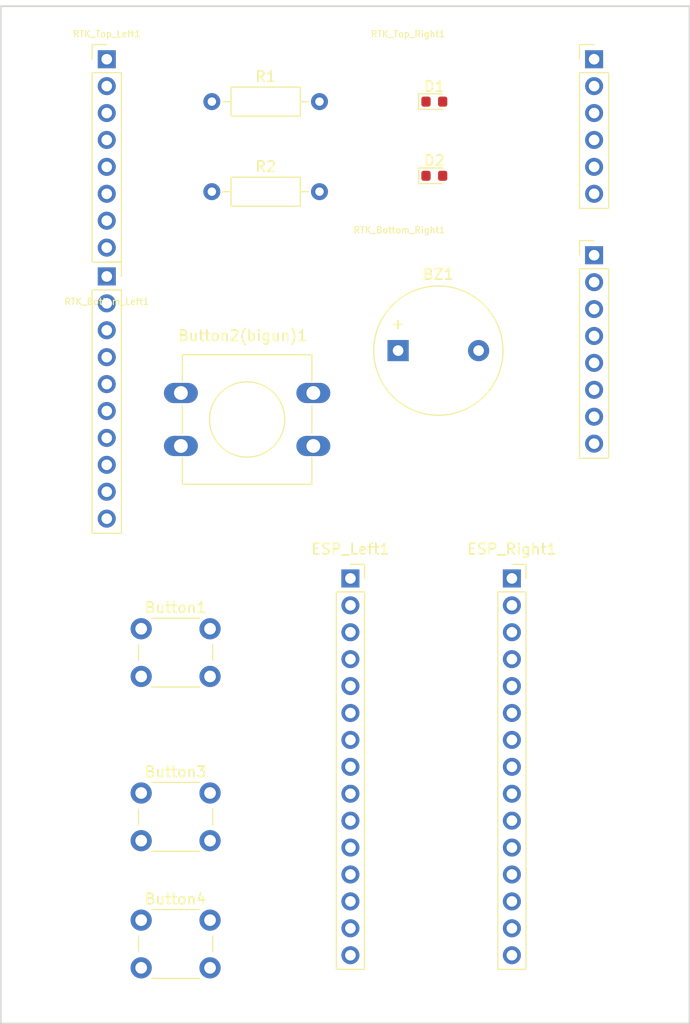
<source format=kicad_pcb>
(kicad_pcb (version 20241229) (generator "pcbnew") (generator_version "9.0")
  (layers (0 "F.Cu" signal) (2 "B.Cu" signal) (13 "F.Paste" user) (15 "B.Paste" user) (5 "F.SilkS" user "F.Silkscreen") (7 "B.SilkS" user "B.Silkscreen") (1 "F.Mask" user) (3 "B.Mask" user) (25 "Edge.Cuts" user))
  (net 0 "")
  (net 1 "GND")
  (net 2 "Net-(ESP_Right1-Pin_2)")
  (net 3 "Net-(ESP_Right1-Pin_1)")
  (net 4 "Net-(ESP_Right1-Pin_6)")
  (net 5 "Net-(ESP_Right1-Pin_7)")
  (net 6 "Net-(BZ1-+)")
  (net 7 "Net-(BZ1--)")
  (net 8 "Net-(D1-A)")
  (net 9 "Net-(D2-A)")
  (net 11 "Net-(ESP_Left1-Pin_5)")
  (net 16 "Net-(ESP_Left1-Pin_6)")
  (net 28 "Net-(ESP_Right1-Pin_10)")
  (footprint "Connector_PinSocket_2.54mm:PinSocket_1x15_P2.54mm_Vertical" (layer "F.Cu") (at 35 54)
    (property "Reference" "ESP_Left1" (at 0 -2.77 0) (layer "F.SilkS"))
    (property "Value" "Conn_01x15_Socket")
    (fp_line (start -1.33 1.27) (end -1.33 36.89) (stroke (width 0.12)) (layer "F.SilkS"))
    (fp_line (start -1.33 1.27) (end 1.33 1.27) (stroke (width 0.12)) (layer "F.SilkS"))
    (fp_line (start -1.33 36.89) (end 1.33 36.89) (stroke (width 0.12)) (layer "F.SilkS"))
    (fp_line (start 0 -1.33) (end 1.33 -1.33) (stroke (width 0.12)) (layer "F.SilkS"))
    (fp_line (start 1.33 -1.33) (end 1.33 0) (stroke (width 0.12)) (layer "F.SilkS"))
    (fp_line (start 1.33 1.27) (end 1.33 36.89) (stroke (width 0.12)) (layer "F.SilkS"))
    (pad "1" thru_hole rect (at 0 0) (size 1.7 1.7) (drill 1) (layers "*.Cu" "*.Mask"))
    (pad "2" thru_hole circle (at 0 2.54) (size 1.7 1.7) (drill 1) (layers "*.Cu" "*.Mask"))
    (pad "3" thru_hole circle (at 0 5.08) (size 1.7 1.7) (drill 1) (layers "*.Cu" "*.Mask"))
    (pad "4" thru_hole circle (at 0 7.62) (size 1.7 1.7) (drill 1) (layers "*.Cu" "*.Mask"))
    (pad "5" thru_hole circle (at 0 10.16) (size 1.7 1.7) (drill 1) (layers "*.Cu" "*.Mask") (net 11 "Net-(ESP_Left1-Pin_5)"))
    (pad "6" thru_hole circle (at 0 12.7) (size 1.7 1.7) (drill 1) (layers "*.Cu" "*.Mask") (net 16 "Net-(ESP_Left1-Pin_6)"))
    (pad "7" thru_hole circle (at 0 15.24) (size 1.7 1.7) (drill 1) (layers "*.Cu" "*.Mask"))
    (pad "8" thru_hole circle (at 0 17.78) (size 1.7 1.7) (drill 1) (layers "*.Cu" "*.Mask"))
    (pad "9" thru_hole circle (at 0 20.32) (size 1.7 1.7) (drill 1) (layers "*.Cu" "*.Mask"))
    (pad "10" thru_hole circle (at 0 22.86) (size 1.7 1.7) (drill 1) (layers "*.Cu" "*.Mask"))
    (pad "11" thru_hole circle (at 0 25.4) (size 1.7 1.7) (drill 1) (layers "*.Cu" "*.Mask"))
    (pad "12" thru_hole circle (at 0 27.94) (size 1.7 1.7) (drill 1) (layers "*.Cu" "*.Mask"))
    (pad "13" thru_hole circle (at 0 30.48) (size 1.7 1.7) (drill 1) (layers "*.Cu" "*.Mask"))
    (pad "14" thru_hole circle (at 0 33.02) (size 1.7 1.7) (drill 1) (layers "*.Cu" "*.Mask"))
    (pad "15" thru_hole circle (at 0 35.56) (size 1.7 1.7) (drill 1) (layers "*.Cu" "*.Mask"))
  )
  (footprint "Connector_PinHeader_2.54mm:PinHeader_1x10_P2.54mm_Vertical" (layer "B.Cu") (at 12 25.5 180)
    (property "Reference" "RTK_Bottom_Left1" (at 0 -2.38 0) (layer "F.SilkS") (effects (font (size 0.6 0.6) (thickness 0.1))))
    (property "Value" "Conn_01x10_Pin")
    (fp_line (start 1.38 -1.27) (end 1.38 -24.24) (stroke (width 0.12)) (layer "F.SilkS"))
    (fp_line (start -1.38 1.38) (end 0 1.38) (stroke (width 0.12)) (layer "F.SilkS"))
    (fp_line (start -1.38 0) (end -1.38 1.38) (stroke (width 0.12)) (layer "F.SilkS"))
    (fp_line (start -1.38 -1.27) (end 1.38 -1.27) (stroke (width 0.12)) (layer "F.SilkS"))
    (fp_line (start -1.38 -1.27) (end -1.38 -24.24) (stroke (width 0.12)) (layer "F.SilkS"))
    (fp_line (start -1.38 -24.24) (end 1.38 -24.24) (stroke (width 0.12)) (layer "F.SilkS"))
    (pad "1" thru_hole rect (at 0 0 180) (size 1.7 1.7) (drill 1) (layers "*.Cu" "*.Mask"))
    (pad "2" thru_hole circle (at 0 -2.54 180) (size 1.7 1.7) (drill 1) (layers "*.Cu" "*.Mask"))
    (pad "3" thru_hole circle (at 0 -5.08 180) (size 1.7 1.7) (drill 1) (layers "*.Cu" "*.Mask"))
    (pad "4" thru_hole circle (at 0 -7.62 180) (size 1.7 1.7) (drill 1) (layers "*.Cu" "*.Mask"))
    (pad "5" thru_hole circle (at 0 -10.16 180) (size 1.7 1.7) (drill 1) (layers "*.Cu" "*.Mask"))
    (pad "6" thru_hole circle (at 0 -12.7 180) (size 1.7 1.7) (drill 1) (layers "*.Cu" "*.Mask"))
    (pad "7" thru_hole circle (at 0 -15.24 180) (size 1.7 1.7) (drill 1) (layers "*.Cu" "*.Mask"))
    (pad "8" thru_hole circle (at 0 -17.78 180) (size 1.7 1.7) (drill 1) (layers "*.Cu" "*.Mask"))
    (pad "9" thru_hole circle (at 0 -20.32 180) (size 1.7 1.7) (drill 1) (layers "*.Cu" "*.Mask"))
    (pad "10" thru_hole circle (at 0 -22.86 180) (size 1.7 1.7) (drill 1) (layers "*.Cu" "*.Mask"))
  )
  (footprint "Buzzer_Beeper:Buzzer_12x9.5RM7.6" (layer "F.Cu") (at 39.5 32.5)
    (property "Reference" "BZ1" (at 3.8 -7.2 0) (layer "F.SilkS"))
    (property "Value" "Buzzer")
    (fp_circle (center 3.8 0) (end 9.9 0) (stroke (width 0.12)) (fill no) (layer "F.SilkS"))
    (fp_text user "+" (at -0.01 -2.54 0) (layer "F.SilkS"))
    (pad "1" thru_hole rect (at 0 0) (size 2 2) (drill 1) (layers "*.Cu" "*.Mask") (net 6 "Net-(BZ1-+)"))
    (pad "2" thru_hole circle (at 7.6 0) (size 2 2) (drill 1) (layers "*.Cu" "*.Mask") (net 7 "Net-(BZ1--)"))
  )
  (footprint "LED_SMD:LED_0603_1608Metric" (layer "F.Cu") (at 42.92 16)
    (property "Reference" "D2" (at 0 -1.43 0) (layer "F.SilkS"))
    (property "Value" "Green(Status)")
    (fp_line (start -1.485 -0.735) (end -1.485 0.735) (stroke (width 0.12)) (layer "F.SilkS"))
    (fp_line (start -1.485 0.735) (end 0.8 0.735) (stroke (width 0.12)) (layer "F.SilkS"))
    (fp_line (start 0.8 -0.735) (end -1.485 -0.735) (stroke (width 0.12)) (layer "F.SilkS"))
    (pad "1" smd roundrect (at -0.7875 0) (size 0.875 0.95) (layers "F.Cu" "F.Mask" "F.Paste") (net 1 "GND"))
    (pad "2" smd roundrect (at 0.7875 0) (size 0.875 0.95) (layers "F.Cu" "F.Mask" "F.Paste") (net 9 "Net-(D2-A)"))
  )
  (footprint "Button_Switch_THT:SW_PUSH-12mm" (layer "F.Cu") (at 19 36.5)
    (property "Reference" "Button2(bigun)1" (at 5.83 -5.41 0) (layer "F.SilkS"))
    (property "Value" "SW_Push")
    (fp_line (start 0.14 -3.61) (end 0.14 -1.1) (stroke (width 0.12)) (layer "F.SilkS"))
    (fp_line (start 0.14 -3.61) (end 12.36 -3.61) (stroke (width 0.12)) (layer "F.SilkS"))
    (fp_line (start 0.14 1.2) (end 0.14 3.8) (stroke (width 0.12)) (layer "F.SilkS"))
    (fp_line (start 0.14 6.1) (end 0.14 8.61) (stroke (width 0.12)) (layer "F.SilkS"))
    (fp_line (start 12.36 -3.61) (end 12.36 -1.1) (stroke (width 0.12)) (layer "F.SilkS"))
    (fp_line (start 12.36 1.2) (end 12.36 3.8) (stroke (width 0.12)) (layer "F.SilkS"))
    (fp_line (start 12.36 6.1) (end 12.36 8.61) (stroke (width 0.12)) (layer "F.SilkS"))
    (fp_line (start 12.36 8.61) (end 0.14 8.61) (stroke (width 0.12)) (layer "F.SilkS"))
    (fp_circle (center 6.25 2.5) (end 9.8 2.5) (stroke (width 0.12)) (fill no) (layer "F.SilkS"))
    (pad "1" thru_hole oval (at 0 0) (size 3.2 1.9) (drill 1.3) (layers "*.Cu" "*.Mask") (net 3 "Net-(ESP_Right1-Pin_1)"))
    (pad "1" thru_hole oval (at 12.5 0) (size 3.2 1.9) (drill 1.3) (layers "*.Cu" "*.Mask") (net 3 "Net-(ESP_Right1-Pin_1)"))
    (pad "2" thru_hole oval (at 0 5) (size 3.2 1.9) (drill 1.3) (layers "*.Cu" "*.Mask") (net 1 "GND"))
    (pad "2" thru_hole oval (at 12.5 5) (size 3.2 1.9) (drill 1.3) (layers "*.Cu" "*.Mask") (net 1 "GND"))
  )
  (footprint "Connector_PinSocket_2.54mm:PinSocket_1x15_P2.54mm_Vertical" (layer "F.Cu") (at 50.24 54)
    (property "Reference" "ESP_Right1" (at 0 -2.77 0) (layer "F.SilkS"))
    (property "Value" "Conn_01x15_Socket")
    (fp_line (start -1.33 1.27) (end -1.33 36.89) (stroke (width 0.12)) (layer "F.SilkS"))
    (fp_line (start -1.33 1.27) (end 1.33 1.27) (stroke (width 0.12)) (layer "F.SilkS"))
    (fp_line (start -1.33 36.89) (end 1.33 36.89) (stroke (width 0.12)) (layer "F.SilkS"))
    (fp_line (start 0 -1.33) (end 1.33 -1.33) (stroke (width 0.12)) (layer "F.SilkS"))
    (fp_line (start 1.33 -1.33) (end 1.33 0) (stroke (width 0.12)) (layer "F.SilkS"))
    (fp_line (start 1.33 1.27) (end 1.33 36.89) (stroke (width 0.12)) (layer "F.SilkS"))
    (pad "1" thru_hole rect (at 0 0) (size 1.7 1.7) (drill 1) (layers "*.Cu" "*.Mask") (net 3 "Net-(ESP_Right1-Pin_1)"))
    (pad "2" thru_hole circle (at 0 2.54) (size 1.7 1.7) (drill 1) (layers "*.Cu" "*.Mask") (net 2 "Net-(ESP_Right1-Pin_2)"))
    (pad "3" thru_hole circle (at 0 5.08) (size 1.7 1.7) (drill 1) (layers "*.Cu" "*.Mask"))
    (pad "4" thru_hole circle (at 0 7.62) (size 1.7 1.7) (drill 1) (layers "*.Cu" "*.Mask"))
    (pad "5" thru_hole circle (at 0 10.16) (size 1.7 1.7) (drill 1) (layers "*.Cu" "*.Mask") (net 7 "Net-(BZ1--)"))
    (pad "6" thru_hole circle (at 0 12.7) (size 1.7 1.7) (drill 1) (layers "*.Cu" "*.Mask") (net 4 "Net-(ESP_Right1-Pin_6)"))
    (pad "7" thru_hole circle (at 0 15.24) (size 1.7 1.7) (drill 1) (layers "*.Cu" "*.Mask") (net 5 "Net-(ESP_Right1-Pin_7)"))
    (pad "8" thru_hole circle (at 0 17.78) (size 1.7 1.7) (drill 1) (layers "*.Cu" "*.Mask") (net 6 "Net-(BZ1-+)"))
    (pad "9" thru_hole circle (at 0 20.32) (size 1.7 1.7) (drill 1) (layers "*.Cu" "*.Mask"))
    (pad "10" thru_hole circle (at 0 22.86) (size 1.7 1.7) (drill 1) (layers "*.Cu" "*.Mask") (net 28 "Net-(ESP_Right1-Pin_10)"))
    (pad "11" thru_hole circle (at 0 25.4) (size 1.7 1.7) (drill 1) (layers "*.Cu" "*.Mask"))
    (pad "12" thru_hole circle (at 0 27.94) (size 1.7 1.7) (drill 1) (layers "*.Cu" "*.Mask"))
    (pad "13" thru_hole circle (at 0 30.48) (size 1.7 1.7) (drill 1) (layers "*.Cu" "*.Mask"))
    (pad "14" thru_hole circle (at 0 33.02) (size 1.7 1.7) (drill 1) (layers "*.Cu" "*.Mask") (net 1 "GND"))
    (pad "15" thru_hole circle (at 0 35.56) (size 1.7 1.7) (drill 1) (layers "*.Cu" "*.Mask"))
  )
  (footprint "Button_Switch_THT:SW_PUSH_6mm" (layer "F.Cu") (at 15.25 74.25)
    (property "Reference" "Button3" (at 3.25 -2 0) (layer "F.SilkS"))
    (property "Value" "SW_Push")
    (fp_line (start -0.25 1.5) (end -0.25 3) (stroke (width 0.12)) (layer "F.SilkS"))
    (fp_line (start 1 5.5) (end 5.5 5.5) (stroke (width 0.12)) (layer "F.SilkS"))
    (fp_line (start 5.5 -1) (end 1 -1) (stroke (width 0.12)) (layer "F.SilkS"))
    (fp_line (start 6.75 3) (end 6.75 1.5) (stroke (width 0.12)) (layer "F.SilkS"))
    (pad "1" thru_hole circle (at 0 0 90) (size 2 2) (drill 1.1) (layers "*.Cu" "*.Mask") (net 4 "Net-(ESP_Right1-Pin_6)"))
    (pad "1" thru_hole circle (at 6.5 0 90) (size 2 2) (drill 1.1) (layers "*.Cu" "*.Mask") (net 4 "Net-(ESP_Right1-Pin_6)"))
    (pad "2" thru_hole circle (at 0 4.5 90) (size 2 2) (drill 1.1) (layers "*.Cu" "*.Mask") (net 1 "GND"))
    (pad "2" thru_hole circle (at 6.5 4.5 90) (size 2 2) (drill 1.1) (layers "*.Cu" "*.Mask") (net 1 "GND"))
  )
  (footprint "Resistor_THT:R_Axial_DIN0207_L6.3mm_D2.5mm_P10.16mm_Horizontal" (layer "F.Cu") (at 21.92 17.5)
    (property "Reference" "R2" (at 5.08 -2.37 0) (layer "F.SilkS"))
    (property "Value" "R")
    (fp_line (start 1.04 0) (end 1.81 0) (stroke (width 0.12)) (layer "F.SilkS"))
    (fp_line (start 9.12 0) (end 8.35 0) (stroke (width 0.12)) (layer "F.SilkS"))
    (fp_rect (start 1.81 -1.37) (end 8.35 1.37) (stroke (width 0.12)) (fill no) (layer "F.SilkS"))
    (pad "1" thru_hole circle (at 0 0) (size 1.6 1.6) (drill 0.8) (layers "*.Cu" "*.Mask") (net 16 "Net-(ESP_Left1-Pin_6)"))
    (pad "2" thru_hole circle (at 10.16 0) (size 1.6 1.6) (drill 0.8) (layers "*.Cu" "*.Mask") (net 9 "Net-(D2-A)"))
  )
  (footprint "Button_Switch_THT:SW_PUSH_6mm" (layer "F.Cu") (at 15.25 58.75)
    (property "Reference" "Button1" (at 3.25 -2 0) (layer "F.SilkS"))
    (property "Value" "SW_Push")
    (fp_line (start -0.25 1.5) (end -0.25 3) (stroke (width 0.12)) (layer "F.SilkS"))
    (fp_line (start 1 5.5) (end 5.5 5.5) (stroke (width 0.12)) (layer "F.SilkS"))
    (fp_line (start 5.5 -1) (end 1 -1) (stroke (width 0.12)) (layer "F.SilkS"))
    (fp_line (start 6.75 3) (end 6.75 1.5) (stroke (width 0.12)) (layer "F.SilkS"))
    (pad "1" thru_hole circle (at 0 0 90) (size 2 2) (drill 1.1) (layers "*.Cu" "*.Mask") (net 2 "Net-(ESP_Right1-Pin_2)"))
    (pad "1" thru_hole circle (at 6.5 0 90) (size 2 2) (drill 1.1) (layers "*.Cu" "*.Mask") (net 2 "Net-(ESP_Right1-Pin_2)"))
    (pad "2" thru_hole circle (at 0 4.5 90) (size 2 2) (drill 1.1) (layers "*.Cu" "*.Mask") (net 1 "GND"))
    (pad "2" thru_hole circle (at 6.5 4.5 90) (size 2 2) (drill 1.1) (layers "*.Cu" "*.Mask") (net 1 "GND"))
  )
  (footprint "Resistor_THT:R_Axial_DIN0207_L6.3mm_D2.5mm_P10.16mm_Horizontal" (layer "F.Cu") (at 21.92 9)
    (property "Reference" "R1" (at 5.08 -2.37 0) (layer "F.SilkS"))
    (property "Value" "R")
    (fp_line (start 1.04 0) (end 1.81 0) (stroke (width 0.12)) (layer "F.SilkS"))
    (fp_line (start 9.12 0) (end 8.35 0) (stroke (width 0.12)) (layer "F.SilkS"))
    (fp_rect (start 1.81 -1.37) (end 8.35 1.37) (stroke (width 0.12)) (fill no) (layer "F.SilkS"))
    (pad "1" thru_hole circle (at 0 0) (size 1.6 1.6) (drill 0.8) (layers "*.Cu" "*.Mask") (net 11 "Net-(ESP_Left1-Pin_5)"))
    (pad "2" thru_hole circle (at 10.16 0) (size 1.6 1.6) (drill 0.8) (layers "*.Cu" "*.Mask") (net 8 "Net-(D1-A)"))
  )
  (footprint "Button_Switch_THT:SW_PUSH_6mm" (layer "F.Cu") (at 15.25 86.25)
    (property "Reference" "Button4" (at 3.25 -2 0) (layer "F.SilkS"))
    (property "Value" "SW_Push")
    (fp_line (start -0.25 1.5) (end -0.25 3) (stroke (width 0.12)) (layer "F.SilkS"))
    (fp_line (start 1 5.5) (end 5.5 5.5) (stroke (width 0.12)) (layer "F.SilkS"))
    (fp_line (start 5.5 -1) (end 1 -1) (stroke (width 0.12)) (layer "F.SilkS"))
    (fp_line (start 6.75 3) (end 6.75 1.5) (stroke (width 0.12)) (layer "F.SilkS"))
    (pad "1" thru_hole circle (at 0 0 90) (size 2 2) (drill 1.1) (layers "*.Cu" "*.Mask") (net 5 "Net-(ESP_Right1-Pin_7)"))
    (pad "1" thru_hole circle (at 6.5 0 90) (size 2 2) (drill 1.1) (layers "*.Cu" "*.Mask") (net 5 "Net-(ESP_Right1-Pin_7)"))
    (pad "2" thru_hole circle (at 0 4.5 90) (size 2 2) (drill 1.1) (layers "*.Cu" "*.Mask") (net 1 "GND"))
    (pad "2" thru_hole circle (at 6.5 4.5 90) (size 2 2) (drill 1.1) (layers "*.Cu" "*.Mask") (net 1 "GND"))
  )
  (footprint "LED_SMD:LED_0603_1608Metric" (layer "F.Cu") (at 42.92 9)
    (property "Reference" "D1" (at 0 -1.43 0) (layer "F.SilkS"))
    (property "Value" "Blue")
    (fp_line (start -1.485 -0.735) (end -1.485 0.735) (stroke (width 0.12)) (layer "F.SilkS"))
    (fp_line (start -1.485 0.735) (end 0.8 0.735) (stroke (width 0.12)) (layer "F.SilkS"))
    (fp_line (start 0.8 -0.735) (end -1.485 -0.735) (stroke (width 0.12)) (layer "F.SilkS"))
    (pad "1" smd roundrect (at -0.7875 0) (size 0.875 0.95) (layers "F.Cu" "F.Mask" "F.Paste") (net 1 "GND"))
    (pad "2" smd roundrect (at 0.7875 0) (size 0.875 0.95) (layers "F.Cu" "F.Mask" "F.Paste") (net 8 "Net-(D1-A)"))
  )
  (footprint "Connector_PinHeader_2.54mm:PinHeader_1x06_P2.54mm_Vertical" (layer "B.Cu") (at 58 5)
    (property "Reference" "RTK_Top_Right1" (at -14 -2.38 0) (layer "F.SilkS") (effects (font (size 0.6 0.6) (thickness 0.1)) (justify right)))
    (property "Value" "Conn_01x06_Pin")
    (fp_line (start -1.38 -1.38) (end 0 -1.38) (stroke (width 0.12)) (layer "F.SilkS"))
    (fp_line (start -1.38 0) (end -1.38 -1.38) (stroke (width 0.12)) (layer "F.SilkS"))
    (fp_line (start -1.38 1.27) (end -1.38 14.08) (stroke (width 0.12)) (layer "F.SilkS"))
    (fp_line (start -1.38 1.27) (end 1.38 1.27) (stroke (width 0.12)) (layer "F.SilkS"))
    (fp_line (start -1.38 14.08) (end 1.38 14.08) (stroke (width 0.12)) (layer "F.SilkS"))
    (fp_line (start 1.38 1.27) (end 1.38 14.08) (stroke (width 0.12)) (layer "F.SilkS"))
    (pad "1" thru_hole rect (at 0 0) (size 1.7 1.7) (drill 1) (layers "*.Cu" "*.Mask"))
    (pad "2" thru_hole circle (at 0 2.54) (size 1.7 1.7) (drill 1) (layers "*.Cu" "*.Mask"))
    (pad "3" thru_hole circle (at 0 5.08) (size 1.7 1.7) (drill 1) (layers "*.Cu" "*.Mask"))
    (pad "4" thru_hole circle (at 0 7.62) (size 1.7 1.7) (drill 1) (layers "*.Cu" "*.Mask"))
    (pad "5" thru_hole circle (at 0 10.16) (size 1.7 1.7) (drill 1) (layers "*.Cu" "*.Mask"))
    (pad "6" thru_hole circle (at 0 12.7) (size 1.7 1.7) (drill 1) (layers "*.Cu" "*.Mask"))
  )
  (footprint "Connector_PinHeader_2.54mm:PinHeader_1x08_P2.54mm_Vertical" (layer "B.Cu") (at 12 5)
    (property "Reference" "RTK_Top_Left1" (at 0 -2.38 0) (layer "F.SilkS") (effects (font (size 0.6 0.6) (thickness 0.1))))
    (property "Value" "Conn_01x08_Pin")
    (fp_line (start -1.38 -1.38) (end 0 -1.38) (stroke (width 0.12)) (layer "F.SilkS"))
    (fp_line (start -1.38 0) (end -1.38 -1.38) (stroke (width 0.12)) (layer "F.SilkS"))
    (fp_line (start -1.38 1.27) (end -1.38 19.16) (stroke (width 0.12)) (layer "F.SilkS"))
    (fp_line (start -1.38 1.27) (end 1.38 1.27) (stroke (width 0.12)) (layer "F.SilkS"))
    (fp_line (start -1.38 19.16) (end 1.38 19.16) (stroke (width 0.12)) (layer "F.SilkS"))
    (fp_line (start 1.38 1.27) (end 1.38 19.16) (stroke (width 0.12)) (layer "F.SilkS"))
    (pad "1" thru_hole rect (at 0 0) (size 1.7 1.7) (drill 1) (layers "*.Cu" "*.Mask") (net 28 "Net-(ESP_Right1-Pin_10)"))
    (pad "2" thru_hole circle (at 0 2.54) (size 1.7 1.7) (drill 1) (layers "*.Cu" "*.Mask"))
    (pad "3" thru_hole circle (at 0 5.08) (size 1.7 1.7) (drill 1) (layers "*.Cu" "*.Mask"))
    (pad "4" thru_hole circle (at 0 7.62) (size 1.7 1.7) (drill 1) (layers "*.Cu" "*.Mask"))
    (pad "5" thru_hole circle (at 0 10.16) (size 1.7 1.7) (drill 1) (layers "*.Cu" "*.Mask"))
    (pad "6" thru_hole circle (at 0 12.7) (size 1.7 1.7) (drill 1) (layers "*.Cu" "*.Mask"))
    (pad "7" thru_hole circle (at 0 15.24) (size 1.7 1.7) (drill 1) (layers "*.Cu" "*.Mask"))
    (pad "8" thru_hole circle (at 0 17.78) (size 1.7 1.7) (drill 1) (layers "*.Cu" "*.Mask"))
  )
  (footprint "Connector_PinHeader_2.54mm:PinHeader_1x08_P2.54mm_Vertical" (layer "B.Cu") (at 58 23.5)
    (property "Reference" "RTK_Bottom_Right1" (at -14 -2.38 0) (layer "F.SilkS") (effects (font (size 0.6 0.6) (thickness 0.1)) (justify right)))
    (property "Value" "Conn_01x08_Pin")
    (fp_line (start -1.38 -1.38) (end 0 -1.38) (stroke (width 0.12)) (layer "F.SilkS"))
    (fp_line (start -1.38 0) (end -1.38 -1.38) (stroke (width 0.12)) (layer "F.SilkS"))
    (fp_line (start -1.38 1.27) (end -1.38 19.16) (stroke (width 0.12)) (layer "F.SilkS"))
    (fp_line (start -1.38 1.27) (end 1.38 1.27) (stroke (width 0.12)) (layer "F.SilkS"))
    (fp_line (start -1.38 19.16) (end 1.38 19.16) (stroke (width 0.12)) (layer "F.SilkS"))
    (fp_line (start 1.38 1.27) (end 1.38 19.16) (stroke (width 0.12)) (layer "F.SilkS"))
    (pad "1" thru_hole rect (at 0 0) (size 1.7 1.7) (drill 1) (layers "*.Cu" "*.Mask") (net 1 "GND"))
    (pad "2" thru_hole circle (at 0 2.54) (size 1.7 1.7) (drill 1) (layers "*.Cu" "*.Mask") (net 1 "GND"))
    (pad "3" thru_hole circle (at 0 5.08) (size 1.7 1.7) (drill 1) (layers "*.Cu" "*.Mask"))
    (pad "4" thru_hole circle (at 0 7.62) (size 1.7 1.7) (drill 1) (layers "*.Cu" "*.Mask"))
    (pad "5" thru_hole circle (at 0 10.16) (size 1.7 1.7) (drill 1) (layers "*.Cu" "*.Mask"))
    (pad "6" thru_hole circle (at 0 12.7) (size 1.7 1.7) (drill 1) (layers "*.Cu" "*.Mask"))
    (pad "7" thru_hole circle (at 0 15.24) (size 1.7 1.7) (drill 1) (layers "*.Cu" "*.Mask"))
    (pad "8" thru_hole circle (at 0 17.78) (size 1.7 1.7) (drill 1) (layers "*.Cu" "*.Mask"))
  )
  (gr_rect (start 2 0) (end 67 96) (stroke (width 0.15)) (fill no) (layer "Edge.Cuts"))
)
</source>
